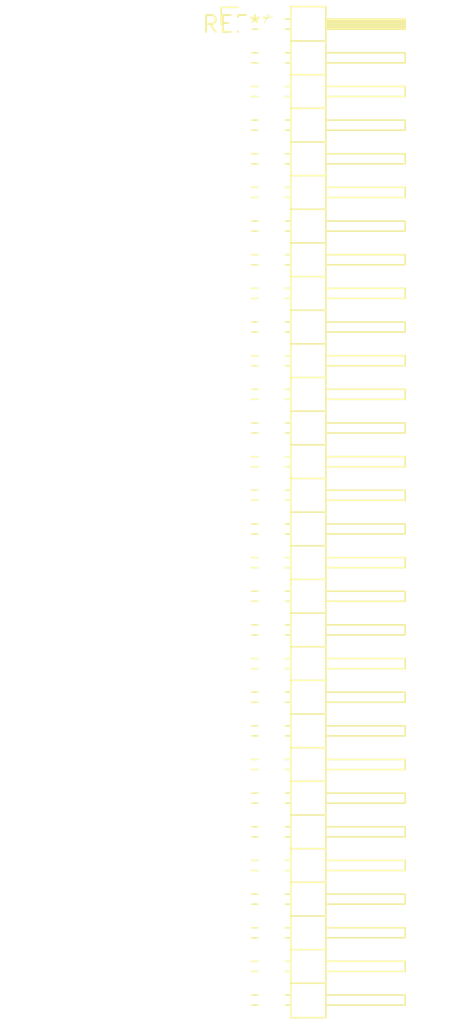
<source format=kicad_pcb>
(kicad_pcb (version 20240108) (generator pcbnew)
  (layers (0 "F.Cu" signal) (31 "B.Cu" signal) (34 "B.Paste" user) (35 "F.Paste" user) (36 "B.SilkS" user "B.Silkscreen") (37 "F.SilkS" user "F.Silkscreen") (38 "B.Mask" user) (39 "F.Mask" user) (44 "Edge.Cuts" user))
  (net 0 "")
  (footprint "PinHeader_2x30_P2.54mm_Horizontal" (layer "F.Cu") (at 0 0)
    (property "Reference" "REF**")
    (property "Value" "PinHeader_2x30_P2.54mm_Horizontal")
    (fp_line (start -1.27 -1.27) (end 0 -1.27) (layer "F.SilkS") (stroke (width 0.12)))
    (fp_line (start -1.27 0) (end -1.27 -1.27) (layer "F.SilkS") (stroke (width 0.12)))
    (fp_line (start 1.042929 2.16) (end 1.497071 2.16) (layer "F.SilkS") (stroke (width 0.12)))
    (fp_line (start 1.042929 2.92) (end 1.497071 2.92) (layer "F.SilkS") (stroke (width 0.12)))
    (fp_line (start 1.042929 4.7) (end 1.497071 4.7) (layer "F.SilkS") (stroke (width 0.12)))
    (fp_line (start 1.042929 5.46) (end 1.497071 5.46) (layer "F.SilkS") (stroke (width 0.12)))
    (fp_line (start 1.042929 7.24) (end 1.497071 7.24) (layer "F.SilkS") (stroke (width 0.12)))
    (fp_line (start 1.042929 8) (end 1.497071 8) (layer "F.SilkS") (stroke (width 0.12)))
    (fp_line (start 1.042929 9.78) (end 1.497071 9.78) (layer "F.SilkS") (stroke (width 0.12)))
    (fp_line (start 1.042929 10.54) (end 1.497071 10.54) (layer "F.SilkS") (stroke (width 0.12)))
    (fp_line (start 1.042929 12.32) (end 1.497071 12.32) (layer "F.SilkS") (stroke (width 0.12)))
    (fp_line (start 1.042929 13.08) (end 1.497071 13.08) (layer "F.SilkS") (stroke (width 0.12)))
    (fp_line (start 1.042929 14.86) (end 1.497071 14.86) (layer "F.SilkS") (stroke (width 0.12)))
    (fp_line (start 1.042929 15.62) (end 1.497071 15.62) (layer "F.SilkS") (stroke (width 0.12)))
    (fp_line (start 1.042929 17.4) (end 1.497071 17.4) (layer "F.SilkS") (stroke (width 0.12)))
    (fp_line (start 1.042929 18.16) (end 1.497071 18.16) (layer "F.SilkS") (stroke (width 0.12)))
    (fp_line (start 1.042929 19.94) (end 1.497071 19.94) (layer "F.SilkS") (stroke (width 0.12)))
    (fp_line (start 1.042929 20.7) (end 1.497071 20.7) (layer "F.SilkS") (stroke (width 0.12)))
    (fp_line (start 1.042929 22.48) (end 1.497071 22.48) (layer "F.SilkS") (stroke (width 0.12)))
    (fp_line (start 1.042929 23.24) (end 1.497071 23.24) (layer "F.SilkS") (stroke (width 0.12)))
    (fp_line (start 1.042929 25.02) (end 1.497071 25.02) (layer "F.SilkS") (stroke (width 0.12)))
    (fp_line (start 1.042929 25.78) (end 1.497071 25.78) (layer "F.SilkS") (stroke (width 0.12)))
    (fp_line (start 1.042929 27.56) (end 1.497071 27.56) (layer "F.SilkS") (stroke (width 0.12)))
    (fp_line (start 1.042929 28.32) (end 1.497071 28.32) (layer "F.SilkS") (stroke (width 0.12)))
    (fp_line (start 1.042929 30.1) (end 1.497071 30.1) (layer "F.SilkS") (stroke (width 0.12)))
    (fp_line (start 1.042929 30.86) (end 1.497071 30.86) (layer "F.SilkS") (stroke (width 0.12)))
    (fp_line (start 1.042929 32.64) (end 1.497071 32.64) (layer "F.SilkS") (stroke (width 0.12)))
    (fp_line (start 1.042929 33.4) (end 1.497071 33.4) (layer "F.SilkS") (stroke (width 0.12)))
    (fp_line (start 1.042929 35.18) (end 1.497071 35.18) (layer "F.SilkS") (stroke (width 0.12)))
    (fp_line (start 1.042929 35.94) (end 1.497071 35.94) (layer "F.SilkS") (stroke (width 0.12)))
    (fp_line (start 1.042929 37.72) (end 1.497071 37.72) (layer "F.SilkS") (stroke (width 0.12)))
    (fp_line (start 1.042929 38.48) (end 1.497071 38.48) (layer "F.SilkS") (stroke (width 0.12)))
    (fp_line (start 1.042929 40.26) (end 1.497071 40.26) (layer "F.SilkS") (stroke (width 0.12)))
    (fp_line (start 1.042929 41.02) (end 1.497071 41.02) (layer "F.SilkS") (stroke (width 0.12)))
    (fp_line (start 1.042929 42.8) (end 1.497071 42.8) (layer "F.SilkS") (stroke (width 0.12)))
    (fp_line (start 1.042929 43.56) (end 1.497071 43.56) (layer "F.SilkS") (stroke (width 0.12)))
    (fp_line (start 1.042929 45.34) (end 1.497071 45.34) (layer "F.SilkS") (stroke (width 0.12)))
    (fp_line (start 1.042929 46.1) (end 1.497071 46.1) (layer "F.SilkS") (stroke (width 0.12)))
    (fp_line (start 1.042929 47.88) (end 1.497071 47.88) (layer "F.SilkS") (stroke (width 0.12)))
    (fp_line (start 1.042929 48.64) (end 1.497071 48.64) (layer "F.SilkS") (stroke (width 0.12)))
    (fp_line (start 1.042929 50.42) (end 1.497071 50.42) (layer "F.SilkS") (stroke (width 0.12)))
    (fp_line (start 1.042929 51.18) (end 1.497071 51.18) (layer "F.SilkS") (stroke (width 0.12)))
    (fp_line (start 1.042929 52.96) (end 1.497071 52.96) (layer "F.SilkS") (stroke (width 0.12)))
    (fp_line (start 1.042929 53.72) (end 1.497071 53.72) (layer "F.SilkS") (stroke (width 0.12)))
    (fp_line (start 1.042929 55.5) (end 1.497071 55.5) (layer "F.SilkS") (stroke (width 0.12)))
    (fp_line (start 1.042929 56.26) (end 1.497071 56.26) (layer "F.SilkS") (stroke (width 0.12)))
    (fp_line (start 1.042929 58.04) (end 1.497071 58.04) (layer "F.SilkS") (stroke (width 0.12)))
    (fp_line (start 1.042929 58.8) (end 1.497071 58.8) (layer "F.SilkS") (stroke (width 0.12)))
    (fp_line (start 1.042929 60.58) (end 1.497071 60.58) (layer "F.SilkS") (stroke (width 0.12)))
    (fp_line (start 1.042929 61.34) (end 1.497071 61.34) (layer "F.SilkS") (stroke (width 0.12)))
    (fp_line (start 1.042929 63.12) (end 1.497071 63.12) (layer "F.SilkS") (stroke (width 0.12)))
    (fp_line (start 1.042929 63.88) (end 1.497071 63.88) (layer "F.SilkS") (stroke (width 0.12)))
    (fp_line (start 1.042929 65.66) (end 1.497071 65.66) (layer "F.SilkS") (stroke (width 0.12)))
    (fp_line (start 1.042929 66.42) (end 1.497071 66.42) (layer "F.SilkS") (stroke (width 0.12)))
    (fp_line (start 1.042929 68.2) (end 1.497071 68.2) (layer "F.SilkS") (stroke (width 0.12)))
    (fp_line (start 1.042929 68.96) (end 1.497071 68.96) (layer "F.SilkS") (stroke (width 0.12)))
    (fp_line (start 1.042929 70.74) (end 1.497071 70.74) (layer "F.SilkS") (stroke (width 0.12)))
    (fp_line (start 1.042929 71.5) (end 1.497071 71.5) (layer "F.SilkS") (stroke (width 0.12)))
    (fp_line (start 1.042929 73.28) (end 1.497071 73.28) (layer "F.SilkS") (stroke (width 0.12)))
    (fp_line (start 1.042929 74.04) (end 1.497071 74.04) (layer "F.SilkS") (stroke (width 0.12)))
    (fp_line (start 1.11 -0.38) (end 1.497071 -0.38) (layer "F.SilkS") (stroke (width 0.12)))
    (fp_line (start 1.11 0.38) (end 1.497071 0.38) (layer "F.SilkS") (stroke (width 0.12)))
    (fp_line (start 3.582929 -0.38) (end 3.98 -0.38) (layer "F.SilkS") (stroke (width 0.12)))
    (fp_line (start 3.582929 0.38) (end 3.98 0.38) (layer "F.SilkS") (stroke (width 0.12)))
    (fp_line (start 3.582929 2.16) (end 3.98 2.16) (layer "F.SilkS") (stroke (width 0.12)))
    (fp_line (start 3.582929 2.92) (end 3.98 2.92) (layer "F.SilkS") (stroke (width 0.12)))
    (fp_line (start 3.582929 4.7) (end 3.98 4.7) (layer "F.SilkS") (stroke (width 0.12)))
    (fp_line (start 3.582929 5.46) (end 3.98 5.46) (layer "F.SilkS") (stroke (width 0.12)))
    (fp_line (start 3.582929 7.24) (end 3.98 7.24) (layer "F.SilkS") (stroke (width 0.12)))
    (fp_line (start 3.582929 8) (end 3.98 8) (layer "F.SilkS") (stroke (width 0.12)))
    (fp_line (start 3.582929 9.78) (end 3.98 9.78) (layer "F.SilkS") (stroke (width 0.12)))
    (fp_line (start 3.582929 10.54) (end 3.98 10.54) (layer "F.SilkS") (stroke (width 0.12)))
    (fp_line (start 3.582929 12.32) (end 3.98 12.32) (layer "F.SilkS") (stroke (width 0.12)))
    (fp_line (start 3.582929 13.08) (end 3.98 13.08) (layer "F.SilkS") (stroke (width 0.12)))
    (fp_line (start 3.582929 14.86) (end 3.98 14.86) (layer "F.SilkS") (stroke (width 0.12)))
    (fp_line (start 3.582929 15.62) (end 3.98 15.62) (layer "F.SilkS") (stroke (width 0.12)))
    (fp_line (start 3.582929 17.4) (end 3.98 17.4) (layer "F.SilkS") (stroke (width 0.12)))
    (fp_line (start 3.582929 18.16) (end 3.98 18.16) (layer "F.SilkS") (stroke (width 0.12)))
    (fp_line (start 3.582929 19.94) (end 3.98 19.94) (layer "F.SilkS") (stroke (width 0.12)))
    (fp_line (start 3.582929 20.7) (end 3.98 20.7) (layer "F.SilkS") (stroke (width 0.12)))
    (fp_line (start 3.582929 22.48) (end 3.98 22.48) (layer "F.SilkS") (stroke (width 0.12)))
    (fp_line (start 3.582929 23.24) (end 3.98 23.24) (layer "F.SilkS") (stroke (width 0.12)))
    (fp_line (start 3.582929 25.02) (end 3.98 25.02) (layer "F.SilkS") (stroke (width 0.12)))
    (fp_line (start 3.582929 25.78) (end 3.98 25.78) (layer "F.SilkS") (stroke (width 0.12)))
    (fp_line (start 3.582929 27.56) (end 3.98 27.56) (layer "F.SilkS") (stroke (width 0.12)))
    (fp_line (start 3.582929 28.32) (end 3.98 28.32) (layer "F.SilkS") (stroke (width 0.12)))
    (fp_line (start 3.582929 30.1) (end 3.98 30.1) (layer "F.SilkS") (stroke (width 0.12)))
    (fp_line (start 3.582929 30.86) (end 3.98 30.86) (layer "F.SilkS") (stroke (width 0.12)))
    (fp_line (start 3.582929 32.64) (end 3.98 32.64) (layer "F.SilkS") (stroke (width 0.12)))
    (fp_line (start 3.582929 33.4) (end 3.98 33.4) (layer "F.SilkS") (stroke (width 0.12)))
    (fp_line (start 3.582929 35.18) (end 3.98 35.18) (layer "F.SilkS") (stroke (width 0.12)))
    (fp_line (start 3.582929 35.94) (end 3.98 35.94) (layer "F.SilkS") (stroke (width 0.12)))
    (fp_line (start 3.582929 37.72) (end 3.98 37.72) (layer "F.SilkS") (stroke (width 0.12)))
    (fp_line (start 3.582929 38.48) (end 3.98 38.48) (layer "F.SilkS") (stroke (width 0.12)))
    (fp_line (start 3.582929 40.26) (end 3.98 40.26) (layer "F.SilkS") (stroke (width 0.12)))
    (fp_line (start 3.582929 41.02) (end 3.98 41.02) (layer "F.SilkS") (stroke (width 0.12)))
    (fp_line (start 3.582929 42.8) (end 3.98 42.8) (layer "F.SilkS") (stroke (width 0.12)))
    (fp_line (start 3.582929 43.56) (end 3.98 43.56) (layer "F.SilkS") (stroke (width 0.12)))
    (fp_line (start 3.582929 45.34) (end 3.98 45.34) (layer "F.SilkS") (stroke (width 0.12)))
    (fp_line (start 3.582929 46.1) (end 3.98 46.1) (layer "F.SilkS") (stroke (width 0.12)))
    (fp_line (start 3.582929 47.88) (end 3.98 47.88) (layer "F.SilkS") (stroke (width 0.12)))
    (fp_line (start 3.582929 48.64) (end 3.98 48.64) (layer "F.SilkS") (stroke (width 0.12)))
    (fp_line (start 3.582929 50.42) (end 3.98 50.42) (layer "F.SilkS") (stroke (width 0.12)))
    (fp_line (start 3.582929 51.18) (end 3.98 51.18) (layer "F.SilkS") (stroke (width 0.12)))
    (fp_line (start 3.582929 52.96) (end 3.98 52.96) (layer "F.SilkS") (stroke (width 0.12)))
    (fp_line (start 3.582929 53.72) (end 3.98 53.72) (layer "F.SilkS") (stroke (width 0.12)))
    (fp_line (start 3.582929 55.5) (end 3.98 55.5) (layer "F.SilkS") (stroke (width 0.12)))
    (fp_line (start 3.582929 56.26) (end 3.98 56.26) (layer "F.SilkS") (stroke (width 0.12)))
    (fp_line (start 3.582929 58.04) (end 3.98 58.04) (layer "F.SilkS") (stroke (width 0.12)))
    (fp_line (start 3.582929 58.8) (end 3.98 58.8) (layer "F.SilkS") (stroke (width 0.12)))
    (fp_line (start 3.582929 60.58) (end 3.98 60.58) (layer "F.SilkS") (stroke (width 0.12)))
    (fp_line (start 3.582929 61.34) (end 3.98 61.34) (layer "F.SilkS") (stroke (width 0.12)))
    (fp_line (start 3.582929 63.12) (end 3.98 63.12) (layer "F.SilkS") (stroke (width 0.12)))
    (fp_line (start 3.582929 63.88) (end 3.98 63.88) (layer "F.SilkS") (stroke (width 0.12)))
    (fp_line (start 3.582929 65.66) (end 3.98 65.66) (layer "F.SilkS") (stroke (width 0.12)))
    (fp_line (start 3.582929 66.42) (end 3.98 66.42) (layer "F.SilkS") (stroke (width 0.12)))
    (fp_line (start 3.582929 68.2) (end 3.98 68.2) (layer "F.SilkS") (stroke (width 0.12)))
    (fp_line (start 3.582929 68.96) (end 3.98 68.96) (layer "F.SilkS") (stroke (width 0.12)))
    (fp_line (start 3.582929 70.74) (end 3.98 70.74) (layer "F.SilkS") (stroke (width 0.12)))
    (fp_line (start 3.582929 71.5) (end 3.98 71.5) (layer "F.SilkS") (stroke (width 0.12)))
    (fp_line (start 3.582929 73.28) (end 3.98 73.28) (layer "F.SilkS") (stroke (width 0.12)))
    (fp_line (start 3.582929 74.04) (end 3.98 74.04) (layer "F.SilkS") (stroke (width 0.12)))
    (fp_line (start 3.98 -1.33) (end 3.98 74.99) (layer "F.SilkS") (stroke (width 0.12)))
    (fp_line (start 3.98 1.27) (end 6.64 1.27) (layer "F.SilkS") (stroke (width 0.12)))
    (fp_line (start 3.98 3.81) (end 6.64 3.81) (layer "F.SilkS") (stroke (width 0.12)))
    (fp_line (start 3.98 6.35) (end 6.64 6.35) (layer "F.SilkS") (stroke (width 0.12)))
    (fp_line (start 3.98 8.89) (end 6.64 8.89) (layer "F.SilkS") (stroke (width 0.12)))
    (fp_line (start 3.98 11.43) (end 6.64 11.43) (layer "F.SilkS") (stroke (width 0.12)))
    (fp_line (start 3.98 13.97) (end 6.64 13.97) (layer "F.SilkS") (stroke (width 0.12)))
    (fp_line (start 3.98 16.51) (end 6.64 16.51) (layer "F.SilkS") (stroke (width 0.12)))
    (fp_line (start 3.98 19.05) (end 6.64 19.05) (layer "F.SilkS") (stroke (width 0.12)))
    (fp_line (start 3.98 21.59) (end 6.64 21.59) (layer "F.SilkS") (stroke (width 0.12)))
    (fp_line (start 3.98 24.13) (end 6.64 24.13) (layer "F.SilkS") (stroke (width 0.12)))
    (fp_line (start 3.98 26.67) (end 6.64 26.67) (layer "F.SilkS") (stroke (width 0.12)))
    (fp_line (start 3.98 29.21) (end 6.64 29.21) (layer "F.SilkS") (stroke (width 0.12)))
    (fp_line (start 3.98 31.75) (end 6.64 31.75) (layer "F.SilkS") (stroke (width 0.12)))
    (fp_line (start 3.98 34.29) (end 6.64 34.29) (layer "F.SilkS") (stroke (width 0.12)))
    (fp_line (start 3.98 36.83) (end 6.64 36.83) (layer "F.SilkS") (stroke (width 0.12)))
    (fp_line (start 3.98 39.37) (end 6.64 39.37) (layer "F.SilkS") (stroke (width 0.12)))
    (fp_line (start 3.98 41.91) (end 6.64 41.91) (layer "F.SilkS") (stroke (width 0.12)))
    (fp_line (start 3.98 44.45) (end 6.64 44.45) (layer "F.SilkS") (stroke (width 0.12)))
    (fp_line (start 3.98 46.99) (end 6.64 46.99) (layer "F.SilkS") (stroke (width 0.12)))
    (fp_line (start 3.98 49.53) (end 6.64 49.53) (layer "F.SilkS") (stroke (width 0.12)))
    (fp_line (start 3.98 52.07) (end 6.64 52.07) (layer "F.SilkS") (stroke (width 0.12)))
    (fp_line (start 3.98 54.61) (end 6.64 54.61) (layer "F.SilkS") (stroke (width 0.12)))
    (fp_line (start 3.98 57.15) (end 6.64 57.15) (layer "F.SilkS") (stroke (width 0.12)))
    (fp_line (start 3.98 59.69) (end 6.64 59.69) (layer "F.SilkS") (stroke (width 0.12)))
    (fp_line (start 3.98 62.23) (end 6.64 62.23) (layer "F.SilkS") (stroke (width 0.12)))
    (fp_line (start 3.98 64.77) (end 6.64 64.77) (layer "F.SilkS") (stroke (width 0.12)))
    (fp_line (start 3.98 67.31) (end 6.64 67.31) (layer "F.SilkS") (stroke (width 0.12)))
    (fp_line (start 3.98 69.85) (end 6.64 69.85) (layer "F.SilkS") (stroke (width 0.12)))
    (fp_line (start 3.98 72.39) (end 6.64 72.39) (layer "F.SilkS") (stroke (width 0.12)))
    (fp_line (start 3.98 74.99) (end 6.64 74.99) (layer "F.SilkS") (stroke (width 0.12)))
    (fp_line (start 6.64 -1.33) (end 3.98 -1.33) (layer "F.SilkS") (stroke (width 0.12)))
    (fp_line (start 6.64 -0.38) (end 12.64 -0.38) (layer "F.SilkS") (stroke (width 0.12)))
    (fp_line (start 6.64 -0.32) (end 12.64 -0.32) (layer "F.SilkS") (stroke (width 0.12)))
    (fp_line (start 6.64 -0.2) (end 12.64 -0.2) (layer "F.SilkS") (stroke (width 0.12)))
    (fp_line (start 6.64 -0.08) (end 12.64 -0.08) (layer "F.SilkS") (stroke (width 0.12)))
    (fp_line (start 6.64 0.04) (end 12.64 0.04) (layer "F.SilkS") (stroke (width 0.12)))
    (fp_line (start 6.64 0.16) (end 12.64 0.16) (layer "F.SilkS") (stroke (width 0.12)))
    (fp_line (start 6.64 0.28) (end 12.64 0.28) (layer "F.SilkS") (stroke (width 0.12)))
    (fp_line (start 6.64 2.16) (end 12.64 2.16) (layer "F.SilkS") (stroke (width 0.12)))
    (fp_line (start 6.64 4.7) (end 12.64 4.7) (layer "F.SilkS") (stroke (width 0.12)))
    (fp_line (start 6.64 7.24) (end 12.64 7.24) (layer "F.SilkS") (stroke (width 0.12)))
    (fp_line (start 6.64 9.78) (end 12.64 9.78) (layer "F.SilkS") (stroke (width 0.12)))
    (fp_line (start 6.64 12.32) (end 12.64 12.32) (layer "F.SilkS") (stroke (width 0.12)))
    (fp_line (start 6.64 14.86) (end 12.64 14.86) (layer "F.SilkS") (stroke (width 0.12)))
    (fp_line (start 6.64 17.4) (end 12.64 17.4) (layer "F.SilkS") (stroke (width 0.12)))
    (fp_line (start 6.64 19.94) (end 12.64 19.94) (layer "F.SilkS") (stroke (width 0.12)))
    (fp_line (start 6.64 22.48) (end 12.64 22.48) (layer "F.SilkS") (stroke (width 0.12)))
    (fp_line (start 6.64 25.02) (end 12.64 25.02) (layer "F.SilkS") (stroke (width 0.12)))
    (fp_line (start 6.64 27.56) (end 12.64 27.56) (layer "F.SilkS") (stroke (width 0.12)))
    (fp_line (start 6.64 30.1) (end 12.64 30.1) (layer "F.SilkS") (stroke (width 0.12)))
    (fp_line (start 6.64 32.64) (end 12.64 32.64) (layer "F.SilkS") (stroke (width 0.12)))
    (fp_line (start 6.64 35.18) (end 12.64 35.18) (layer "F.SilkS") (stroke (width 0.12)))
    (fp_line (start 6.64 37.72) (end 12.64 37.72) (layer "F.SilkS") (stroke (width 0.12)))
    (fp_line (start 6.64 40.26) (end 12.64 40.26) (layer "F.SilkS") (stroke (width 0.12)))
    (fp_line (start 6.64 42.8) (end 12.64 42.8) (layer "F.SilkS") (stroke (width 0.12)))
    (fp_line (start 6.64 45.34) (end 12.64 45.34) (layer "F.SilkS") (stroke (width 0.12)))
    (fp_line (start 6.64 47.88) (end 12.64 47.88) (layer "F.SilkS") (stroke (width 0.12)))
    (fp_line (start 6.64 50.42) (end 12.64 50.42) (layer "F.SilkS") (stroke (width 0.12)))
    (fp_line (start 6.64 52.96) (end 12.64 52.96) (layer "F.SilkS") (stroke (width 0.12)))
    (fp_line (start 6.64 55.5) (end 12.64 55.5) (layer "F.SilkS") (stroke (width 0.12)))
    (fp_line (start 6.64 58.04) (end 12.64 58.04) (layer "F.SilkS") (stroke (width 0.12)))
    (fp_line (start 6.64 60.58) (end 12.64 60.58) (layer "F.SilkS") (stroke (width 0.12)))
    (fp_line (start 6.64 63.12) (end 12.64 63.12) (layer "F.SilkS") (stroke (width 0.12)))
    (fp_line (start 6.64 65.66) (end 12.64 65.66) (layer "F.SilkS") (stroke (width 0.12)))
    (fp_line (start 6.64 68.2) (end 12.64 68.2) (layer "F.SilkS") (stroke (width 0.12)))
    (fp_line (start 6.64 70.74) (end 12.64 70.74) (layer "F.SilkS") (stroke (width 0.12)))
    (fp_line (start 6.64 73.28) (end 12.64 73.28) (layer "F.SilkS") (stroke (width 0.12)))
    (fp_line (start 6.64 74.99) (end 6.64 -1.33) (layer "F.SilkS") (stroke (width 0.12)))
    (fp_line (start 12.64 -0.38) (end 12.64 0.38) (layer "F.SilkS") (stroke (width 0.12)))
    (fp_line (start 12.64 0.38) (end 6.64 0.38) (layer "F.SilkS") (stroke (width 0.12)))
    (fp_line (start 12.64 2.16) (end 12.64 2.92) (layer "F.SilkS") (stroke (width 0.12)))
    (fp_line (start 12.64 2.92) (end 6.64 2.92) (layer "F.SilkS") (stroke (width 0.12)))
    (fp_line (start 12.64 4.7) (end 12.64 5.46) (layer "F.SilkS") (stroke (width 0.12)))
    (fp_line (start 12.64 5.46) (end 6.64 5.46) (layer "F.SilkS") (stroke (width 0.12)))
    (fp_line (start 12.64 7.24) (end 12.64 8) (layer "F.SilkS") (stroke (width 0.12)))
    (fp_line (start 12.64 8) (end 6.64 8) (layer "F.SilkS") (stroke (width 0.12)))
    (fp_line (start 12.64 9.78) (end 12.64 10.54) (layer "F.SilkS") (stroke (width 0.12)))
    (fp_line (start 12.64 10.54) (end 6.64 10.54) (layer "F.SilkS") (stroke (width 0.12)))
    (fp_line (start 12.64 12.32) (end 12.64 13.08) (layer "F.SilkS") (stroke (width 0.12)))
    (fp_line (start 12.64 13.08) (end 6.64 13.08) (layer "F.SilkS") (stroke (width 0.12)))
    (fp_line (start 12.64 14.86) (end 12.64 15.62) (layer "F.SilkS") (stroke (width 0.12)))
    (fp_line (start 12.64 15.62) (end 6.64 15.62) (layer "F.SilkS") (stroke (width 0.12)))
    (fp_line (start 12.64 17.4) (end 12.64 18.16) (layer "F.SilkS") (stroke (width 0.12)))
    (fp_line (start 12.64 18.16) (end 6.64 18.16) (layer "F.SilkS") (stroke (width 0.12)))
    (fp_line (start 12.64 19.94) (end 12.64 20.7) (layer "F.SilkS") (stroke (width 0.12)))
    (fp_line (start 12.64 20.7) (end 6.64 20.7) (layer "F.SilkS") (stroke (width 0.12)))
    (fp_line (start 12.64 22.48) (end 12.64 23.24) (layer "F.SilkS") (stroke (width 0.12)))
    (fp_line (start 12.64 23.24) (end 6.64 23.24) (layer "F.SilkS") (stroke (width 0.12)))
    (fp_line (start 12.64 25.02) (end 12.64 25.78) (layer "F.SilkS") (stroke (width 0.12)))
    (fp_line (start 12.64 25.78) (end 6.64 25.78) (layer "F.SilkS") (stroke (width 0.12)))
    (fp_line (start 12.64 27.56) (end 12.64 28.32) (layer "F.SilkS") (stroke (width 0.12)))
    (fp_line (start 12.64 28.32) (end 6.64 28.32) (layer "F.SilkS") (stroke (width 0.12)))
    (fp_line (start 12.64 30.1) (end 12.64 30.86) (layer "F.SilkS") (stroke (width 0.12)))
    (fp_line (start 12.64 30.86) (end 6.64 30.86) (layer "F.SilkS") (stroke (width 0.12)))
    (fp_line (start 12.64 32.64) (end 12.64 33.4) (layer "F.SilkS") (stroke (width 0.12)))
    (fp_line (start 12.64 33.4) (end 6.64 33.4) (layer "F.SilkS") (stroke (width 0.12)))
    (fp_line (start 12.64 35.18) (end 12.64 35.94) (layer "F.SilkS") (stroke (width 0.12)))
    (fp_line (start 12.64 35.94) (end 6.64 35.94) (layer "F.SilkS") (stroke (width 0.12)))
    (fp_line (start 12.64 37.72) (end 12.64 38.48) (layer "F.SilkS") (stroke (width 0.12)))
    (fp_line (start 12.64 38.48) (end 6.64 38.48) (layer "F.SilkS") (stroke (width 0.12)))
    (fp_line (start 12.64 40.26) (end 12.64 41.02) (layer "F.SilkS") (stroke (width 0.12)))
    (fp_line (start 12.64 41.02) (end 6.64 41.02) (layer "F.SilkS") (stroke (width 0.12)))
    (fp_line (start 12.64 42.8) (end 12.64 43.56) (layer "F.SilkS") (stroke (width 0.12)))
    (fp_line (start 12.64 43.56) (end 6.64 43.56) (layer "F.SilkS") (stroke (width 0.12)))
    (fp_line (start 12.64 45.34) (end 12.64 46.1) (layer "F.SilkS") (stroke (width 0.12)))
    (fp_line (start 12.64 46.1) (end 6.64 46.1) (layer "F.SilkS") (stroke (width 0.12)))
    (fp_line (start 12.64 47.88) (end 12.64 48.64) (layer "F.SilkS") (stroke (width 0.12)))
    (fp_line (start 12.64 48.64) (end 6.64 48.64) (layer "F.SilkS") (stroke (width 0.12)))
    (fp_line (start 12.64 50.42) (end 12.64 51.18) (layer "F.SilkS") (stroke (width 0.12)))
    (fp_line (start 12.64 51.18) (end 6.64 51.18) (layer "F.SilkS") (stroke (width 0.12)))
    (fp_line (start 12.64 52.96) (end 12.64 53.72) (layer "F.SilkS") (stroke (width 0.12)))
    (fp_line (start 12.64 53.72) (end 6.64 53.72) (layer "F.SilkS") (stroke (width 0.12)))
    (fp_line (start 12.64 55.5) (end 12.64 56.26) (layer "F.SilkS") (stroke (width 0.12)))
    (fp_line (start 12.64 56.26) (end 6.64 56.26) (layer "F.SilkS") (stroke (width 0.12)))
    (fp_line (start 12.64 58.04) (end 12.64 58.8) (layer "F.SilkS") (stroke (width 0.12)))
    (fp_line (start 12.64 58.8) (end 6.64 58.8) (layer "F.SilkS") (stroke (width 0.12)))
    (fp_line (start 12.64 60.58) (end 12.64 61.34) (layer "F.SilkS") (stroke (width 0.12)))
    (fp_line (start 12.64 61.34) (end 6.64 61.34) (layer "F.SilkS") (stroke (width 0.12)))
    (fp_line (start 12.64 63.12) (end 12.64 63.88) (layer "F.SilkS") (stroke (width 0.12)))
    (fp_line (start 12.64 63.88) (end 6.64 63.88) (layer "F.SilkS") (stroke (width 0.12)))
    (fp_line (start 12.64 65.66) (end 12.64 66.42) (layer "F.SilkS") (stroke (width 0.12)))
    (fp_line (start 12.64 66.42) (end 6.64 66.42) (layer "F.SilkS") (stroke (width 0.12)))
    (fp_line (start 12.64 68.2) (end 12.64 68.96) (layer "F.SilkS") (stroke (width 0.12)))
    (fp_line (start 12.64 68.96) (end 6.64 68.96) (layer "F.SilkS") (stroke (width 0.12)))
    (fp_line (start 12.64 70.74) (end 12.64 71.5) (layer "F.SilkS") (stroke (width 0.12)))
    (fp_line (start 12.64 71.5) (end 6.64 71.5) (layer "F.SilkS") (stroke (width 0.12)))
    (fp_line (start 12.64 73.28) (end 12.64 74.04) (layer "F.SilkS") (stroke (width 0.12)))
    (fp_line (start 12.64 74.04) (end 6.64 74.04) (layer "F.SilkS") (stroke (width 0.12)))
    (pad "1" thru_hole rect (at 0 0) (size 1.7 1.7) (drill 1) (layers *.Cu *.Mask) (remove_unused_layers))
    (pad "2" thru_hole oval (at 2.54 0) (size 1.7 1.7) (drill 1) (layers *.Cu *.Mask) (remove_unused_layers))
    (pad "3" thru_hole oval (at 0 2.54) (size 1.7 1.7) (drill 1) (layers *.Cu *.Mask) (remove_unused_layers))
    (pad "4" thru_hole oval (at 2.54 2.54) (size 1.7 1.7) (drill 1) (layers *.Cu *.Mask) (remove_unused_layers))
    (pad "5" thru_hole oval (at 0 5.08) (size 1.7 1.7) (drill 1) (layers *.Cu *.Mask) (remove_unused_layers))
    (pad "6" thru_hole oval (at 2.54 5.08) (size 1.7 1.7) (drill 1) (layers *.Cu *.Mask) (remove_unused_layers))
    (pad "7" thru_hole oval (at 0 7.62) (size 1.7 1.7) (drill 1) (layers *.Cu *.Mask) (remove_unused_layers))
    (pad "8" thru_hole oval (at 2.54 7.62) (size 1.7 1.7) (drill 1) (layers *.Cu *.Mask) (remove_unused_layers))
    (pad "9" thru_hole oval (at 0 10.16) (size 1.7 1.7) (drill 1) (layers *.Cu *.Mask) (remove_unused_layers))
    (pad "10" thru_hole oval (at 2.54 10.16) (size 1.7 1.7) (drill 1) (layers *.Cu *.Mask) (remove_unused_layers))
    (pad "11" thru_hole oval (at 0 12.7) (size 1.7 1.7) (drill 1) (layers *.Cu *.Mask) (remove_unused_layers))
    (pad "12" thru_hole oval (at 2.54 12.7) (size 1.7 1.7) (drill 1) (layers *.Cu *.Mask) (remove_unused_layers))
    (pad "13" thru_hole oval (at 0 15.24) (size 1.7 1.7) (drill 1) (layers *.Cu *.Mask) (remove_unused_layers))
    (pad "14" thru_hole oval (at 2.54 15.24) (size 1.7 1.7) (drill 1) (layers *.Cu *.Mask) (remove_unused_layers))
    (pad "15" thru_hole oval (at 0 17.78) (size 1.7 1.7) (drill 1) (layers *.Cu *.Mask) (remove_unused_layers))
    (pad "16" thru_hole oval (at 2.54 17.78) (size 1.7 1.7) (drill 1) (layers *.Cu *.Mask) (remove_unused_layers))
    (pad "17" thru_hole oval (at 0 20.32) (size 1.7 1.7) (drill 1) (layers *.Cu *.Mask) (remove_unused_layers))
    (pad "18" thru_hole oval (at 2.54 20.32) (size 1.7 1.7) (drill 1) (layers *.Cu *.Mask) (remove_unused_layers))
    (pad "19" thru_hole oval (at 0 22.86) (size 1.7 1.7) (drill 1) (layers *.Cu *.Mask) (remove_unused_layers))
    (pad "20" thru_hole oval (at 2.54 22.86) (size 1.7 1.7) (drill 1) (layers *.Cu *.Mask) (remove_unused_layers))
    (pad "21" thru_hole oval (at 0 25.4) (size 1.7 1.7) (drill 1) (layers *.Cu *.Mask) (remove_unused_layers))
    (pad "22" thru_hole oval (at 2.54 25.4) (size 1.7 1.7) (drill 1) (layers *.Cu *.Mask) (remove_unused_layers))
    (pad "23" thru_hole oval (at 0 27.94) (size 1.7 1.7) (drill 1) (layers *.Cu *.Mask) (remove_unused_layers))
    (pad "24" thru_hole oval (at 2.54 27.94) (size 1.7 1.7) (drill 1) (layers *.Cu *.Mask) (remove_unused_layers))
    (pad "25" thru_hole oval (at 0 30.48) (size 1.7 1.7) (drill 1) (layers *.Cu *.Mask) (remove_unused_layers))
    (pad "26" thru_hole oval (at 2.54 30.48) (size 1.7 1.7) (drill 1) (layers *.Cu *.Mask) (remove_unused_layers))
    (pad "27" thru_hole oval (at 0 33.02) (size 1.7 1.7) (drill 1) (layers *.Cu *.Mask) (remove_unused_layers))
    (pad "28" thru_hole oval (at 2.54 33.02) (size 1.7 1.7) (drill 1) (layers *.Cu *.Mask) (remove_unused_layers))
    (pad "29" thru_hole oval (at 0 35.56) (size 1.7 1.7) (drill 1) (layers *.Cu *.Mask) (remove_unused_layers))
    (pad "30" thru_hole oval (at 2.54 35.56) (size 1.7 1.7) (drill 1) (layers *.Cu *.Mask) (remove_unused_layers))
    (pad "31" thru_hole oval (at 0 38.1) (size 1.7 1.7) (drill 1) (layers *.Cu *.Mask) (remove_unused_layers))
    (pad "32" thru_hole oval (at 2.54 38.1) (size 1.7 1.7) (drill 1) (layers *.Cu *.Mask) (remove_unused_layers))
    (pad "33" thru_hole oval (at 0 40.64) (size 1.7 1.7) (drill 1) (layers *.Cu *.Mask) (remove_unused_layers))
    (pad "34" thru_hole oval (at 2.54 40.64) (size 1.7 1.7) (drill 1) (layers *.Cu *.Mask) (remove_unused_layers))
    (pad "35" thru_hole oval (at 0 43.18) (size 1.7 1.7) (drill 1) (layers *.Cu *.Mask) (remove_unused_layers))
    (pad "36" thru_hole oval (at 2.54 43.18) (size 1.7 1.7) (drill 1) (layers *.Cu *.Mask) (remove_unused_layers))
    (pad "37" thru_hole oval (at 0 45.72) (size 1.7 1.7) (drill 1) (layers *.Cu *.Mask) (remove_unused_layers))
    (pad "38" thru_hole oval (at 2.54 45.72) (size 1.7 1.7) (drill 1) (layers *.Cu *.Mask) (remove_unused_layers))
    (pad "39" thru_hole oval (at 0 48.26) (size 1.7 1.7) (drill 1) (layers *.Cu *.Mask) (remove_unused_layers))
    (pad "40" thru_hole oval (at 2.54 48.26) (size 1.7 1.7) (drill 1) (layers *.Cu *.Mask) (remove_unused_layers))
    (pad "41" thru_hole oval (at 0 50.8) (size 1.7 1.7) (drill 1) (layers *.Cu *.Mask) (remove_unused_layers))
    (pad "42" thru_hole oval (at 2.54 50.8) (size 1.7 1.7) (drill 1) (layers *.Cu *.Mask) (remove_unused_layers))
    (pad "43" thru_hole oval (at 0 53.34) (size 1.7 1.7) (drill 1) (layers *.Cu *.Mask) (remove_unused_layers))
    (pad "44" thru_hole oval (at 2.54 53.34) (size 1.7 1.7) (drill 1) (layers *.Cu *.Mask) (remove_unused_layers))
    (pad "45" thru_hole oval (at 0 55.88) (size 1.7 1.7) (drill 1) (layers *.Cu *.Mask) (remove_unused_layers))
    (pad "46" thru_hole oval (at 2.54 55.88) (size 1.7 1.7) (drill 1) (layers *.Cu *.Mask) (remove_unused_layers))
    (pad "47" thru_hole oval (at 0 58.42) (size 1.7 1.7) (drill 1) (layers *.Cu *.Mask) (remove_unused_layers))
    (pad "48" thru_hole oval (at 2.54 58.42) (size 1.7 1.7) (drill 1) (layers *.Cu *.Mask) (remove_unused_layers))
    (pad "49" thru_hole oval (at 0 60.96) (size 1.7 1.7) (drill 1) (layers *.Cu *.Mask) (remove_unused_layers))
    (pad "50" thru_hole oval (at 2.54 60.96) (size 1.7 1.7) (drill 1) (layers *.Cu *.Mask) (remove_unused_layers))
    (pad "51" thru_hole oval (at 0 63.5) (size 1.7 1.7) (drill 1) (layers *.Cu *.Mask) (remove_unused_layers))
    (pad "52" thru_hole oval (at 2.54 63.5) (size 1.7 1.7) (drill 1) (layers *.Cu *.Mask) (remove_unused_layers))
    (pad "53" thru_hole oval (at 0 66.04) (size 1.7 1.7) (drill 1) (layers *.Cu *.Mask) (remove_unused_layers))
    (pad "54" thru_hole oval (at 2.54 66.04) (size 1.7 1.7) (drill 1) (layers *.Cu *.Mask) (remove_unused_layers))
    (pad "55" thru_hole oval (at 0 68.58) (size 1.7 1.7) (drill 1) (layers *.Cu *.Mask) (remove_unused_layers))
    (pad "56" thru_hole oval (at 2.54 68.58) (size 1.7 1.7) (drill 1) (layers *.Cu *.Mask) (remove_unused_layers))
    (pad "57" thru_hole oval (at 0 71.12) (size 1.7 1.7) (drill 1) (layers *.Cu *.Mask) (remove_unused_layers))
    (pad "58" thru_hole oval (at 2.54 71.12) (size 1.7 1.7) (drill 1) (layers *.Cu *.Mask) (remove_unused_layers))
    (pad "59" thru_hole oval (at 0 73.66) (size 1.7 1.7) (drill 1) (layers *.Cu *.Mask) (remove_unused_layers))
    (pad "60" thru_hole oval (at 2.54 73.66) (size 1.7 1.7) (drill 1) (layers *.Cu *.Mask) (remove_unused_layers))
  )
)
</source>
